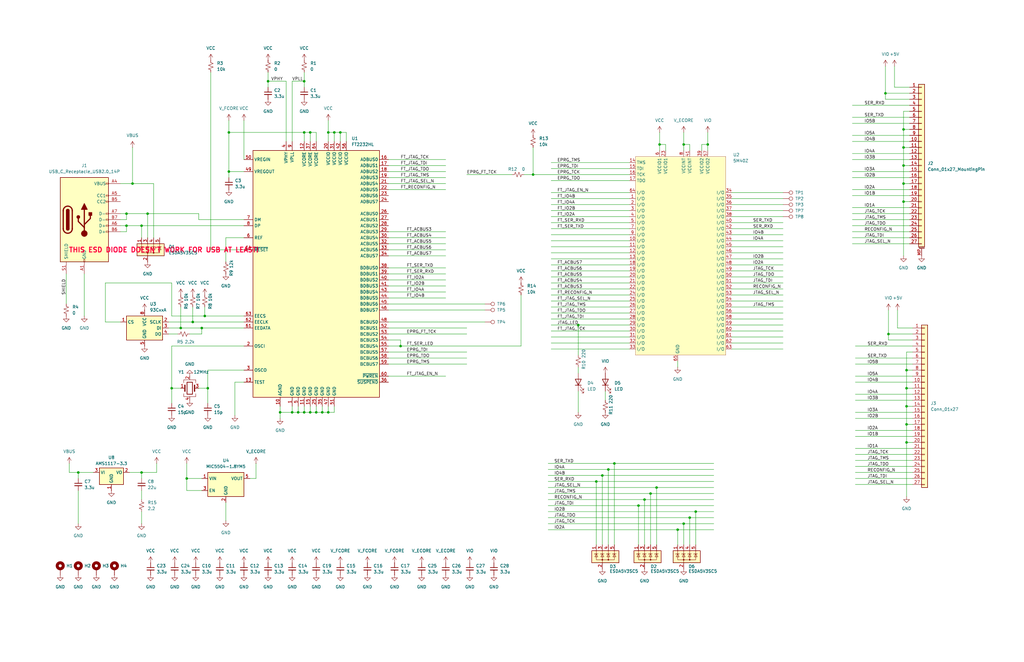
<source format=kicad_sch>
(kicad_sch (version 20231120) (generator "eeschema") (generator_version "8.0")
  (paper "B")
  (title_block (title "UNIC Programmer 2") (date "2024-09-04") (rev "1.0") (company "Modular Circuits"))
  (junction (at 128.27 173.99))
  (junction (at 374.65 140.97))
  (junction (at 271.78 210.82))
  (junction (at 130.81 55.88))
  (junction (at 123.19 173.99))
  (junction (at 382.27 171.45))
  (junction (at 274.32 208.28))
  (junction (at 78.74 201.93))
  (junction (at 138.43 173.99))
  (junction (at 53.34 95.25))
  (junction (at 251.46 203.2))
  (junction (at 373.38 39.37))
  (junction (at 256.54 198.12))
  (junction (at 288.29 60.96))
  (junction (at 128.27 55.88))
  (junction (at 87.63 163.83))
  (junction (at 381 69.85))
  (junction (at 298.45 60.96))
  (junction (at 72.39 163.83))
  (junction (at 53.34 90.17))
  (junction (at 113.03 34.29))
  (junction (at 86.36 133.35))
  (junction (at 382.27 163.83))
  (junction (at 96.52 72.39))
  (junction (at 243.84 137.16))
  (junction (at 285.75 223.52))
  (junction (at 33.02 199.39))
  (junction (at 76.2 138.43))
  (junction (at 62.23 90.17))
  (junction (at 85.09 138.43))
  (junction (at 381 85.09))
  (junction (at 382.27 186.69))
  (junction (at 382.27 156.21))
  (junction (at 55.88 77.47))
  (junction (at 128.27 34.29))
  (junction (at 276.86 205.74))
  (junction (at 278.13 60.96))
  (junction (at 381 62.23))
  (junction (at 269.24 213.36))
  (junction (at 96.52 55.88))
  (junction (at 168.91 146.05))
  (junction (at 118.11 173.99))
  (junction (at 138.43 55.88))
  (junction (at 290.83 218.44))
  (junction (at 259.08 195.58))
  (junction (at 381 54.61))
  (junction (at 381 77.47))
  (junction (at 288.29 220.98))
  (junction (at 125.73 173.99))
  (junction (at 293.37 215.9))
  (junction (at 59.69 199.39))
  (junction (at 224.79 73.66))
  (junction (at 140.97 55.88))
  (junction (at 254 200.66))
  (junction (at 133.35 173.99))
  (junction (at 135.89 173.99))
  (junction (at 143.51 55.88))
  (junction (at 59.69 95.25))
  (junction (at 382.27 179.07))
  (junction (at 81.28 135.89))
  (junction (at 130.81 173.99))
  (wire (pts (xy 78.74 201.93) (xy 78.74 207.01)))
  (wire (pts (xy 254 229.87) (xy 254 200.66)))
  (wire (pts (xy 359.41 57.15) (xy 383.54 57.15)))
  (wire (pts (xy 39.37 199.39) (xy 33.02 199.39)))
  (wire (pts (xy 259.08 195.58) (xy 259.08 229.87)))
  (wire (pts (xy 86.36 129.54) (xy 86.36 133.35)))
  (wire (pts (xy 118.11 173.99) (xy 123.19 173.99)))
  (wire (pts (xy 163.83 123.19) (xy 187.96 123.19)))
  (wire (pts (xy 360.68 158.75) (xy 384.81 158.75)))
  (wire (pts (xy 71.12 140.97) (xy 74.93 140.97)))
  (wire (pts (xy 381 54.61) (xy 381 46.99)))
  (wire (pts (xy 382.27 148.59) (xy 382.27 156.21)))
  (wire (pts (xy 29.21 195.58) (xy 29.21 199.39)))
  (wire (pts (xy 359.41 90.17) (xy 383.54 90.17)))
  (wire (pts (xy 384.81 186.69) (xy 382.27 186.69)))
  (wire (pts (xy 265.43 109.22) (xy 232.41 109.22)))
  (wire (pts (xy 288.29 60.96) (xy 288.29 63.5)))
  (wire (pts (xy 133.35 55.88) (xy 130.81 55.88)))
  (wire (pts (xy 71.12 138.43) (xy 76.2 138.43)))
  (wire (pts (xy 128.27 30.48) (xy 128.27 34.29)))
  (wire (pts (xy 308.61 86.36) (xy 330.2 86.36)))
  (wire (pts (xy 359.41 97.79) (xy 383.54 97.79)))
  (wire (pts (xy 259.08 195.58) (xy 300.99 195.58)))
  (wire (pts (xy 231.14 220.98) (xy 288.29 220.98)))
  (wire (pts (xy 265.43 144.78) (xy 232.41 144.78)))
  (wire (pts (xy 231.14 205.74) (xy 276.86 205.74)))
  (wire (pts (xy 308.61 144.78) (xy 330.2 144.78)))
  (wire (pts (xy 59.69 95.25) (xy 59.69 100.33)))
  (wire (pts (xy 140.97 55.88) (xy 140.97 59.69)))
  (wire (pts (xy 130.81 173.99) (xy 130.81 171.45)))
  (wire (pts (xy 308.61 83.82) (xy 330.2 83.82)))
  (wire (pts (xy 265.43 104.14) (xy 232.41 104.14)))
  (wire (pts (xy 102.87 156.21) (xy 87.63 156.21)))
  (wire (pts (xy 243.84 137.16) (xy 265.43 137.16)))
  (wire (pts (xy 163.83 158.75) (xy 187.96 158.75)))
  (wire (pts (xy 231.14 215.9) (xy 293.37 215.9)))
  (wire (pts (xy 381 62.23) (xy 381 54.61)))
  (wire (pts (xy 265.43 139.7) (xy 232.41 139.7)))
  (wire (pts (xy 285.75 154.94) (xy 285.75 152.4)))
  (wire (pts (xy 54.61 199.39) (xy 59.69 199.39)))
  (wire (pts (xy 308.61 104.14) (xy 330.2 104.14)))
  (wire (pts (xy 359.41 49.53) (xy 383.54 49.53)))
  (wire (pts (xy 231.14 213.36) (xy 269.24 213.36)))
  (wire (pts (xy 168.91 146.05) (xy 219.71 146.05)))
  (wire (pts (xy 138.43 55.88) (xy 138.43 59.69)))
  (wire (pts (xy 276.86 205.74) (xy 276.86 229.87)))
  (wire (pts (xy 373.38 39.37) (xy 373.38 41.91)))
  (wire (pts (xy 105.41 201.93) (xy 107.95 201.93)))
  (wire (pts (xy 377.19 27.94) (xy 377.19 36.83)))
  (wire (pts (xy 64.77 77.47) (xy 55.88 77.47)))
  (wire (pts (xy 381 69.85) (xy 383.54 69.85)))
  (wire (pts (xy 378.46 138.43) (xy 384.81 138.43)))
  (wire (pts (xy 308.61 134.62) (xy 330.2 134.62)))
  (wire (pts (xy 50.8 77.47) (xy 55.88 77.47)))
  (wire (pts (xy 360.68 199.39) (xy 384.81 199.39)))
  (wire (pts (xy 265.43 83.82) (xy 232.41 83.82)))
  (wire (pts (xy 382.27 179.07) (xy 382.27 186.69)))
  (wire (pts (xy 308.61 106.68) (xy 330.2 106.68)))
  (wire (pts (xy 255.27 165.1) (xy 255.27 168.91)))
  (wire (pts (xy 88.9 30.48) (xy 88.9 105.41)))
  (wire (pts (xy 278.13 55.88) (xy 278.13 60.96)))
  (wire (pts (xy 163.83 102.87) (xy 187.96 102.87)))
  (wire (pts (xy 86.36 133.35) (xy 72.39 133.35)))
  (wire (pts (xy 276.86 205.74) (xy 300.99 205.74)))
  (wire (pts (xy 359.41 64.77) (xy 383.54 64.77)))
  (wire (pts (xy 163.83 130.81) (xy 204.47 130.81)))
  (wire (pts (xy 298.45 60.96) (xy 295.91 60.96)))
  (wire (pts (xy 102.87 146.05) (xy 72.39 146.05)))
  (wire (pts (xy 123.19 173.99) (xy 125.73 173.99)))
  (wire (pts (xy 382.27 148.59) (xy 384.81 148.59)))
  (wire (pts (xy 72.39 163.83) (xy 76.2 163.83)))
  (wire (pts (xy 295.91 60.96) (xy 295.91 63.5)))
  (wire (pts (xy 76.2 129.54) (xy 76.2 138.43)))
  (wire (pts (xy 254 200.66) (xy 300.99 200.66)))
  (wire (pts (xy 80.01 140.97) (xy 85.09 140.97)))
  (wire (pts (xy 243.84 157.48) (xy 243.84 154.94)))
  (wire (pts (xy 163.83 107.95) (xy 187.96 107.95)))
  (wire (pts (xy 78.74 201.93) (xy 85.09 201.93)))
  (wire (pts (xy 308.61 147.32) (xy 330.2 147.32)))
  (wire (pts (xy 95.25 100.33) (xy 102.87 100.33)))
  (wire (pts (xy 298.45 55.88) (xy 298.45 60.96)))
  (wire (pts (xy 383.54 41.91) (xy 373.38 41.91)))
  (wire (pts (xy 381 62.23) (xy 383.54 62.23)))
  (wire (pts (xy 163.83 135.89) (xy 204.47 135.89)))
  (wire (pts (xy 62.23 90.17) (xy 83.82 90.17)))
  (wire (pts (xy 308.61 88.9) (xy 330.2 88.9)))
  (wire (pts (xy 359.41 92.71) (xy 383.54 92.71)))
  (wire (pts (xy 143.51 55.88) (xy 140.97 55.88)))
  (wire (pts (xy 271.78 210.82) (xy 300.99 210.82)))
  (wire (pts (xy 133.35 173.99) (xy 133.35 171.45)))
  (wire (pts (xy 265.43 129.54) (xy 232.41 129.54)))
  (wire (pts (xy 265.43 119.38) (xy 232.41 119.38)))
  (wire (pts (xy 125.73 173.99) (xy 128.27 173.99)))
  (wire (pts (xy 196.85 153.67) (xy 163.83 153.67)))
  (wire (pts (xy 360.68 196.85) (xy 384.81 196.85)))
  (wire (pts (xy 308.61 132.08) (xy 330.2 132.08)))
  (wire (pts (xy 265.43 121.92) (xy 232.41 121.92)))
  (wire (pts (xy 278.13 60.96) (xy 280.67 60.96)))
  (wire (pts (xy 140.97 173.99) (xy 140.97 171.45)))
  (wire (pts (xy 44.45 135.89) (xy 50.8 135.89)))
  (wire (pts (xy 278.13 60.96) (xy 278.13 63.5)))
  (wire (pts (xy 196.85 73.66) (xy 215.9 73.66)))
  (wire (pts (xy 59.69 95.25) (xy 102.87 95.25)))
  (wire (pts (xy 78.74 195.58) (xy 78.74 201.93)))
  (wire (pts (xy 163.83 115.57) (xy 187.96 115.57)))
  (wire (pts (xy 271.78 210.82) (xy 271.78 229.87)))
  (wire (pts (xy 265.43 88.9) (xy 232.41 88.9)))
  (wire (pts (xy 99.06 161.29) (xy 99.06 175.26)))
  (wire (pts (xy 163.83 69.85) (xy 187.96 69.85)))
  (wire (pts (xy 308.61 139.7) (xy 330.2 139.7)))
  (wire (pts (xy 35.56 115.57) (xy 35.56 133.35)))
  (wire (pts (xy 274.32 229.87) (xy 274.32 208.28)))
  (wire (pts (xy 85.09 207.01) (xy 78.74 207.01)))
  (wire (pts (xy 383.54 39.37) (xy 373.38 39.37)))
  (wire (pts (xy 256.54 198.12) (xy 256.54 229.87)))
  (wire (pts (xy 265.43 86.36) (xy 232.41 86.36)))
  (wire (pts (xy 293.37 215.9) (xy 293.37 229.87)))
  (wire (pts (xy 163.83 100.33) (xy 187.96 100.33)))
  (wire (pts (xy 265.43 116.84) (xy 232.41 116.84)))
  (wire (pts (xy 360.68 166.37) (xy 384.81 166.37)))
  (wire (pts (xy 87.63 163.83) (xy 83.82 163.83)))
  (wire (pts (xy 95.25 219.71) (xy 95.25 212.09)))
  (wire (pts (xy 53.34 97.79) (xy 53.34 95.25)))
  (wire (pts (xy 76.2 138.43) (xy 85.09 138.43)))
  (wire (pts (xy 378.46 130.81) (xy 378.46 138.43)))
  (wire (pts (xy 265.43 142.24) (xy 232.41 142.24)))
  (wire (pts (xy 232.41 147.32) (xy 265.43 147.32)))
  (wire (pts (xy 381 54.61) (xy 383.54 54.61)))
  (wire (pts (xy 308.61 91.44) (xy 330.2 91.44)))
  (wire (pts (xy 290.83 218.44) (xy 300.99 218.44)))
  (wire (pts (xy 308.61 109.22) (xy 330.2 109.22)))
  (wire (pts (xy 163.83 97.79) (xy 187.96 97.79)))
  (wire (pts (xy 128.27 171.45) (xy 128.27 173.99)))
  (wire (pts (xy 163.83 72.39) (xy 187.96 72.39)))
  (wire (pts (xy 384.81 140.97) (xy 374.65 140.97)))
  (wire (pts (xy 96.52 55.88) (xy 128.27 55.88)))
  (wire (pts (xy 382.27 156.21) (xy 384.81 156.21)))
  (wire (pts (xy 382.27 163.83) (xy 384.81 163.83)))
  (wire (pts (xy 224.79 73.66) (xy 265.43 73.66)))
  (wire (pts (xy 96.52 72.39) (xy 96.52 74.93)))
  (wire (pts (xy 360.68 151.13) (xy 384.81 151.13)))
  (wire (pts (xy 64.77 100.33) (xy 64.77 77.47)))
  (wire (pts (xy 85.09 140.97) (xy 85.09 138.43)))
  (wire (pts (xy 29.21 199.39) (xy 33.02 199.39)))
  (wire (pts (xy 135.89 173.99) (xy 135.89 171.45)))
  (wire (pts (xy 360.68 176.53) (xy 384.81 176.53)))
  (wire (pts (xy 360.68 173.99) (xy 384.81 173.99)))
  (wire (pts (xy 381 85.09) (xy 381 77.47)))
  (wire (pts (xy 168.91 143.51) (xy 163.83 143.51)))
  (wire (pts (xy 130.81 173.99) (xy 133.35 173.99)))
  (wire (pts (xy 118.11 171.45) (xy 118.11 173.99)))
  (wire (pts (xy 163.83 125.73) (xy 187.96 125.73)))
  (wire (pts (xy 308.61 127) (xy 330.2 127)))
  (wire (pts (xy 308.61 142.24) (xy 330.2 142.24)))
  (wire (pts (xy 360.68 181.61) (xy 384.81 181.61)))
  (wire (pts (xy 163.83 67.31) (xy 187.96 67.31)))
  (wire (pts (xy 265.43 111.76) (xy 232.41 111.76)))
  (wire (pts (xy 308.61 99.06) (xy 330.2 99.06)))
  (wire (pts (xy 123.19 59.69) (xy 123.19 34.29)))
  (wire (pts (xy 360.68 153.67) (xy 384.81 153.67)))
  (wire (pts (xy 265.43 101.6) (xy 232.41 101.6)))
  (wire (pts (xy 308.61 124.46) (xy 330.2 124.46)))
  (wire (pts (xy 163.83 128.27) (xy 204.47 128.27)))
  (wire (pts (xy 146.05 55.88) (xy 143.51 55.88)))
  (wire (pts (xy 146.05 59.69) (xy 146.05 55.88)))
  (wire (pts (xy 231.14 218.44) (xy 290.83 218.44)))
  (wire (pts (xy 381 46.99) (xy 383.54 46.99)))
  (wire (pts (xy 102.87 133.35) (xy 86.36 133.35)))
  (wire (pts (xy 163.83 120.65) (xy 187.96 120.65)))
  (wire (pts (xy 265.43 96.52) (xy 232.41 96.52)))
  (wire (pts (xy 87.63 156.21) (xy 87.63 163.83)))
  (wire (pts (xy 360.68 146.05) (xy 384.81 146.05)))
  (wire (pts (xy 220.98 73.66) (xy 224.79 73.66)))
  (wire (pts (xy 359.41 67.31) (xy 383.54 67.31)))
  (wire (pts (xy 359.41 72.39) (xy 383.54 72.39)))
  (wire (pts (xy 374.65 140.97) (xy 374.65 143.51)))
  (wire (pts (xy 224.79 62.23) (xy 224.79 73.66)))
  (wire (pts (xy 72.39 133.35) (xy 72.39 119.38)))
  (wire (pts (xy 128.27 173.99) (xy 130.81 173.99)))
  (wire (pts (xy 265.43 68.58) (xy 232.41 68.58)))
  (wire (pts (xy 280.67 60.96) (xy 280.67 63.5)))
  (wire (pts (xy 88.9 105.41) (xy 102.87 105.41)))
  (wire (pts (xy 50.8 97.79) (xy 53.34 97.79)))
  (wire (pts (xy 130.81 55.88) (xy 128.27 55.88)))
  (wire (pts (xy 288.29 220.98) (xy 288.29 229.87)))
  (wire (pts (xy 231.14 200.66) (xy 254 200.66)))
  (wire (pts (xy 308.61 111.76) (xy 330.2 111.76)))
  (wire (pts (xy 308.61 129.54) (xy 330.2 129.54)))
  (wire (pts (xy 107.95 195.58) (xy 107.95 201.93)))
  (wire (pts (xy 53.34 90.17) (xy 62.23 90.17)))
  (wire (pts (xy 168.91 146.05) (xy 163.83 146.05)))
  (wire (pts (xy 251.46 203.2) (xy 251.46 229.87)))
  (wire (pts (xy 83.82 90.17) (xy 83.82 92.71)))
  (wire (pts (xy 55.88 62.23) (xy 55.88 77.47)))
  (wire (pts (xy 59.69 220.98) (xy 59.69 215.9)))
  (wire (pts (xy 360.68 191.77) (xy 384.81 191.77)))
  (wire (pts (xy 383.54 85.09) (xy 381 85.09)))
  (wire (pts (xy 265.43 99.06) (xy 232.41 99.06)))
  (wire (pts (xy 265.43 132.08) (xy 232.41 132.08)))
  (wire (pts (xy 232.41 137.16) (xy 243.84 137.16)))
  (wire (pts (xy 72.39 170.18) (xy 72.39 163.83)))
  (wire (pts (xy 66.04 199.39) (xy 59.69 199.39)))
  (wire (pts (xy 308.61 121.92) (xy 330.2 121.92)))
  (wire (pts (xy 359.41 82.55) (xy 383.54 82.55)))
  (wire (pts (xy 85.09 138.43) (xy 102.87 138.43)))
  (wire (pts (xy 265.43 76.2) (xy 232.41 76.2)))
  (wire (pts (xy 120.65 59.69) (xy 120.65 34.29)))
  (wire (pts (xy 138.43 173.99) (xy 140.97 173.99)))
  (wire (pts (xy 219.71 124.46) (xy 219.71 146.05)))
  (wire (pts (xy 231.14 210.82) (xy 271.78 210.82)))
  (wire (pts (xy 143.51 55.88) (xy 143.51 59.69)))
  (wire (pts (xy 269.24 229.87) (xy 269.24 213.36)))
  (wire (pts (xy 163.83 80.01) (xy 187.96 80.01)))
  (wire (pts (xy 72.39 119.38) (xy 44.45 119.38)))
  (wire (pts (xy 231.14 223.52) (xy 285.75 223.52)))
  (wire (pts (xy 256.54 198.12) (xy 300.99 198.12)))
  (wire (pts (xy 196.85 138.43) (xy 163.83 138.43)))
  (wire (pts (xy 360.68 201.93) (xy 384.81 201.93)))
  (wire (pts (xy 140.97 55.88) (xy 138.43 55.88)))
  (wire (pts (xy 360.68 168.91) (xy 384.81 168.91)))
  (wire (pts (xy 163.83 118.11) (xy 187.96 118.11)))
  (wire (pts (xy 308.61 96.52) (xy 330.2 96.52)))
  (wire (pts (xy 293.37 215.9) (xy 300.99 215.9)))
  (wire (pts (xy 382.27 171.45) (xy 384.81 171.45)))
  (wire (pts (xy 231.14 198.12) (xy 256.54 198.12)))
  (wire (pts (xy 95.25 110.49) (xy 95.25 100.33)))
  (wire (pts (xy 33.02 199.39) (xy 33.02 201.93)))
  (wire (pts (xy 231.14 195.58) (xy 259.08 195.58)))
  (wire (pts (xy 59.69 199.39) (xy 59.69 201.93)))
  (wire (pts (xy 265.43 81.28) (xy 232.41 81.28)))
  (wire (pts (xy 269.24 213.36) (xy 300.99 213.36)))
  (wire (pts (xy 265.43 127) (xy 232.41 127)))
  (wire (pts (xy 308.61 93.98) (xy 330.2 93.98)))
  (wire (pts (xy 102.87 161.29) (xy 99.06 161.29)))
  (wire (pts (xy 290.83 60.96) (xy 288.29 60.96)))
  (wire (pts (xy 382.27 156.21) (xy 382.27 163.83)))
  (wire (pts (xy 163.83 74.93) (xy 187.96 74.93)))
  (wire (pts (xy 243.84 165.1) (xy 243.84 173.99)))
  (wire (pts (xy 196.85 148.59) (xy 163.83 148.59)))
  (wire (pts (xy 53.34 95.25) (xy 59.69 95.25)))
  (wire (pts (xy 308.61 119.38) (xy 330.2 119.38)))
  (wire (pts (xy 44.45 119.38) (xy 44.45 135.89)))
  (wire (pts (xy 308.61 116.84) (xy 330.2 116.84)))
  (wire (pts (xy 360.68 184.15) (xy 384.81 184.15)))
  (wire (pts (xy 243.84 149.86) (xy 243.84 137.16)))
  (wire (pts (xy 118.11 173.99) (xy 118.11 176.53)))
  (wire (pts (xy 196.85 151.13) (xy 163.83 151.13)))
  (wire (pts (xy 373.38 27.94) (xy 373.38 39.37)))
  (wire (pts (xy 360.68 204.47) (xy 384.81 204.47)))
  (wire (pts (xy 231.14 208.28) (xy 274.32 208.28)))
  (wire (pts (xy 102.87 72.39) (xy 96.52 72.39)))
  (wire (pts (xy 33.02 220.98) (xy 33.02 207.01)))
  (wire (pts (xy 265.43 93.98) (xy 232.41 93.98)))
  (wire (pts (xy 288.29 220.98) (xy 300.99 220.98)))
  (wire (pts (xy 381 85.09) (xy 381 107.95)))
  (wire (pts (xy 265.43 106.68) (xy 232.41 106.68)))
  (wire (pts (xy 308.61 81.28) (xy 330.2 81.28)))
  (wire (pts (xy 251.46 203.2) (xy 300.99 203.2)))
  (wire (pts (xy 96.52 50.8) (xy 96.52 55.88)))
  (wire (pts (xy 359.41 80.01) (xy 383.54 80.01)))
  (wire (pts (xy 360.68 194.31) (xy 384.81 194.31)))
  (wire (pts (xy 133.35 173.99) (xy 135.89 173.99)))
  (wire (pts (xy 231.14 203.2) (xy 251.46 203.2)))
  (wire (pts (xy 53.34 92.71) (xy 53.34 90.17)))
  (wire (pts (xy 359.41 44.45) (xy 383.54 44.45)))
  (wire (pts (xy 377.19 36.83) (xy 383.54 36.83)))
  (wire (pts (xy 128.27 55.88) (xy 128.27 59.69)))
  (wire (pts (xy 50.8 92.71) (xy 53.34 92.71)))
  (wire (pts (xy 130.81 55.88) (xy 130.81 59.69)))
  (wire (pts (xy 71.12 135.89) (xy 81.28 135.89)))
  (wire (pts (xy 288.29 55.88) (xy 288.29 60.96)))
  (wire (pts (xy 163.83 113.03) (xy 187.96 113.03)))
  (wire (pts (xy 374.65 130.81) (xy 374.65 140.97)))
  (wire (pts (xy 66.04 195.58) (xy 66.04 199.39)))
  (wire (pts (xy 265.43 124.46) (xy 232.41 124.46)))
  (wire (pts (xy 83.82 92.71) (xy 102.87 92.71)))
  (wire (pts (xy 138.43 50.8) (xy 138.43 55.88)))
  (wire (pts (xy 133.35 59.69) (xy 133.35 55.88)))
  (wire (pts (xy 290.83 229.87) (xy 290.83 218.44)))
  (wire (pts (xy 359.41 102.87) (xy 383.54 102.87)))
  (wire (pts (xy 382.27 186.69) (xy 382.27 209.55)))
  (wire (pts (xy 381 69.85) (xy 381 62.23)))
  (wire (pts (xy 285.75 223.52) (xy 300.99 223.52)))
  (wire (pts (xy 359.41 100.33) (xy 383.54 100.33)))
  (wire (pts (xy 113.03 34.29) (xy 113.03 36.83)))
  (wire (pts (xy 138.43 173.99) (xy 138.43 171.45)))
  (wire (pts (xy 359.41 74.93) (xy 383.54 74.93)))
  (wire (pts (xy 120.65 34.29) (xy 113.03 34.29)))
  (wire (pts (xy 285.75 223.52) (xy 285.75 229.87)))
  (wire (pts (xy 81.28 135.89) (xy 102.87 135.89)))
  (wire (pts (xy 265.43 71.12) (xy 232.41 71.12)))
  (wire (pts (xy 27.94 128.27) (xy 27.94 115.57)))
  (wire (pts (xy 62.23 90.17) (xy 62.23 100.33)))
  (wire (pts (xy 381 77.47) (xy 383.54 77.47)))
  (wire (pts (xy 102.87 50.8) (xy 102.87 67.31)))
  (wire (pts (xy 298.45 60.96) (xy 298.45 63.5)))
  (wire (pts (xy 72.39 146.05) (xy 72.39 163.83)))
  (wire (pts (xy 359.41 59.69) (xy 383.54 59.69)))
  (wire (pts (xy 274.32 208.28) (xy 300.99 208.28)))
  (wire (pts (xy 50.8 90.17) (xy 53.34 90.17)))
  (wire (pts (xy 308.61 137.16) (xy 330.2 137.16)))
  (wire (pts (xy 265.43 114.3) (xy 232.41 114.3)))
  (wire (pts (xy 265.43 91.44) (xy 232.41 91.44)))
  (wire (pts (xy 168.91 146.05) (xy 168.91 143.51)))
  (wire (pts (xy 359.41 95.25) (xy 383.54 95.25)))
  (wire (pts (xy 113.03 30.48) (xy 113.03 34.29)))
  (wire (pts (xy 81.28 129.54) (xy 81.28 135.89)))
  (wire (pts (xy 382.27 171.45) (xy 382.27 179.07)))
  (wire (pts (xy 53.34 95.25) (xy 50.8 95.25)))
  (wire (pts (xy 123.19 34.29) (xy 128.27 34.29)))
  (wire (pts (xy 359.41 87.63) (xy 383.54 87.63)))
  (wire (pts (xy 135.89 173.99) (xy 138.43 173.99)))
  (wire (pts (xy 196.85 140.97) (xy 163.83 140.97)))
  (wire (pts (xy 59.69 210.82) (xy 59.69 207.01)))
  (wire (pts (xy 308.61 101.6) (xy 330.2 101.6)))
  (wire (pts (xy 360.68 161.29) (xy 384.81 161.29)))
  (wire (pts (xy 87.63 170.18) (xy 87.63 163.83)))
  (wire (pts (xy 384.81 143.51) (xy 374.65 143.51)))
  (wire (pts (xy 382.27 163.83) (xy 382.27 171.45)))
  (wire (pts (xy 382.27 179.07) (xy 384.81 179.07)))
  (wire (pts (xy 125.73 173.99) (xy 125.73 171.45)))
  (wire (pts (xy 360.68 189.23) (xy 384.81 189.23)))
  (wire (pts (xy 265.43 134.62) (xy 232.41 134.62)))
  (wire (pts (xy 123.19 171.45) (xy 123.19 173.99)))
  (wire (pts (xy 359.41 52.07) (xy 383.54 52.07)))
  (wire (pts (xy 308.61 114.3) (xy 330.2 114.3)))
  (wire (pts (xy 163.83 77.47) (xy 187.96 77.47)))
  (wire (pts (xy 96.52 72.39) (xy 96.52 55.88)))
  (wire (pts (xy 128.27 34.29) (xy 128.27 36.83)))
  (wire (pts (xy 290.83 63.5) (xy 290.83 60.96)))
  (wire (pts (xy 163.83 105.41) (xy 187.96 105.41)))
  (wire (pts (xy 381 77.47) (xy 381 69.85)))
  (text "THIS ESD DIODE DOESN'T WORK FOR USB AT LEAST!" (at 69.088 105.664 0) (effects (font (size 2.032 2.032) (thickness 0.4064) (bold yes))))
  (label "FT_JTAG_SEL_N" (at 234.95 127 0))
  (label "IO5B" (at 364.49 52.07 0))
  (label "EPRG_TMS" (at 234.95 68.58 0))
  (label "JTAG_SEL_N" (at 233.68 205.74 0))
  (label "IO2A" (at 365.76 181.61 0))
  (label "SER_RXD" (at 317.5 96.52 0))
  (label "IO2A" (at 317.5 111.76 0))
  (label "IO5A" (at 365.76 158.75 0))
  (label "JTAG_TCK" (at 364.49 90.17 0))
  (label "FT_ACBUS5" (at 171.45 102.87 0))
  (label "FT_ACBUS6" (at 171.45 105.41 0))
  (label "JTAG_TDI" (at 233.68 213.36 0))
  (label "IO4A" (at 233.68 198.12 0))
  (label "IO4B" (at 317.5 99.06 0))
  (label "IO2B" (at 364.49 74.93 0))
  (label "FT_ACBUS4" (at 171.45 100.33 0))
  (label "JTAG_TDI" (at 365.76 201.93 0))
  (label "IO4B" (at 233.68 200.66 0))
  (label "SER_TXD" (at 364.49 49.53 0))
  (label "JTAG_TMS" (at 233.68 208.28 0))
  (label "IO2B" (at 317.5 109.22 0))
  (label "JTAG_TCK" (at 233.68 220.98 0))
  (label "RECONFIG_N" (at 233.68 210.82 0))
  (label "IO4A" (at 317.5 101.6 0))
  (label "IO2A" (at 233.68 223.52 0))
  (label "FT_RECONFIG_N" (at 234.95 124.46 0))
  (label "FT_JTAG_TMS" (at 234.95 129.54 0))
  (label "IO1B" (at 365.76 184.15 0))
  (label "FT_JTAG_TCK" (at 234.95 139.7 0))
  (label "FT_IO4B" (at 234.95 83.82 0))
  (label "FT_SER_LED" (at 171.45 146.05 0))
  (label "FT_SER_TXD" (at 234.95 96.52 0))
  (label "FT_JTAG_TDO" (at 168.91 72.39 0))
  (label "VPHY" (at 114.3 34.29 0))
  (label "FT_IO2B" (at 171.45 120.65 0))
  (label "IO1A" (at 365.76 189.23 0))
  (label "FT_JTAG_TMS" (at 168.91 74.93 0))
  (label "SHIELD" (at 27.94 124.46 90))
  (label "FT_ACBUS4" (at 234.95 119.38 0))
  (label "JTAG_TMS" (at 364.49 92.71 0))
  (label "IO3B" (at 365.76 168.91 0))
  (label "FT_JTAG_TDI" (at 234.95 134.62 0))
  (label "JTAG_TMS" (at 317.5 129.54 0))
  (label "RECONFIG_N" (at 317.5 121.92 0))
  (label "FT_ACBUS5" (at 234.95 116.84 0))
  (label "FT_IO2B" (at 234.95 88.9 0))
  (label "JTAG_TDO" (at 365.76 196.85 0))
  (label "EPRG_TDO" (at 171.45 151.13 0))
  (label "FT_IO2A" (at 171.45 118.11 0))
  (label "IO3A" (at 365.76 173.99 0))
  (label "JTAG_LED" (at 234.95 137.16 0))
  (label "EPRG_FT_TCK" (at 171.45 140.97 0))
  (label "FT_ACBUS7" (at 171.45 107.95 0))
  (label "SER_RXD" (at 364.49 44.45 0))
  (label "FT_JTAG_TCK" (at 168.91 67.31 0))
  (label "SER_TXD" (at 365.76 151.13 0))
  (label "RECONFIG_N" (at 365.76 199.39 0))
  (label "FT_IO2A" (at 234.95 91.44 0))
  (label "VPLL" (at 123.19 34.29 0))
  (label "FT_JTAG_EN_N" (at 171.45 158.75 0))
  (label "FT_SER_TXD" (at 171.45 113.03 0))
  (label "IO5B" (at 365.76 153.67 0))
  (label "JTAG_SEL_N" (at 364.49 102.87 0))
  (label "JTAG_TCK" (at 317.5 114.3 0))
  (label "IO4A" (at 364.49 64.77 0))
  (label "JTAG_TDO" (at 233.68 218.44 0))
  (label "IO4B" (at 364.49 59.69 0))
  (label "FT_JTAG_EN_N" (at 234.95 81.28 0))
  (label "EPRG_FT_TCK" (at 196.85 73.66 0))
  (label "IO2B" (at 233.68 215.9 0))
  (label "SER_TXD" (at 233.68 195.58 0))
  (label "FT_IO4B" (at 171.45 125.73 0))
  (label "IO2B" (at 365.76 176.53 0))
  (label "SER_RXD" (at 233.68 203.2 0))
  (label "IO3A" (at 364.49 72.39 0))
  (label "IO4B" (at 365.76 161.29 0))
  (label "FT_SER_RXD" (at 171.45 115.57 0))
  (label "FT_RECONFIG_N" (at 168.91 80.01 0))
  (label "JTAG_TMS" (at 365.76 194.31 0))
  (label "FT_IO4A" (at 171.45 123.19 0))
  (label "FT_SER_RXD" (at 234.95 93.98 0))
  (label "JTAG_SEL_N" (at 365.76 204.47 0))
  (label "IO3B" (at 364.49 67.31 0))
  (label "JTAG_TCK" (at 365.76 191.77 0))
  (label "EPRG_TMS" (at 171.45 153.67 0))
  (label "EPRG_TDI" (at 171.45 148.59 0))
  (label "FT_ACBUS6" (at 234.95 114.3 0))
  (label "JTAG_TDO" (at 317.5 116.84 0))
  (label "IO4A" (at 365.76 166.37 0))
  (label "FT_ACBUS3" (at 171.45 97.79 0))
  (label "EPRG_TCK" (at 234.95 73.66 0))
  (label "IO5A" (at 364.49 57.15 0))
  (label "JTAG_SEL_N" (at 317.5 124.46 0))
  (label "EPRG_TDO" (at 234.95 76.2 0))
  (label "JTAG_TDI" (at 317.5 119.38 0))
  (label "FT_JTAG_SEL_N" (at 168.91 77.47 0))
  (label "FT_ACBUS3" (at 234.95 121.92 0))
  (label "FT_JTAG_TDI" (at 168.91 69.85 0))
  (label "RECONFIG_N" (at 364.49 97.79 0))
  (label "FT_IO4A" (at 234.95 86.36 0))
  (label "JTAG_TDO" (at 364.49 95.25 0))
  (label "SER_RXD" (at 365.76 146.05 0))
  (label "IO2A" (at 364.49 80.01 0))
  (label "JTAG_TDI" (at 364.49 100.33 0))
  (label "SER_TXD" (at 317.5 93.98 0))
  (label "IO1B" (at 364.49 82.55 0))
  (label "IO1A" (at 364.49 87.63 0))
  (label "FT_JTAG_TDO" (at 234.95 132.08 0))
  (label "FT_ACBUS7" (at 234.95 111.76 0))
  (label "EPRG_TDI" (at 234.95 71.12 0))
  (symbol (lib_id "Connector:TestPoint") (at 330.2 83.82 270) (unit 1)
    (property "Reference" "TP2" (at 335.28 83.8199 90) (effects (justify left)))
    (property "Value" "TestPoint" (effects (hide yes)))
    (property "Footprint" "unic:TestPoint_THTPad_1.0x1.0mm_Drill0.5mm" (effects (hide yes)))
    (property "Description" "test point" (effects (hide yes)))
    (property "HAVE IT" "YES" (effects (hide yes)))
  )
  (symbol (lib_name "GND_1") (lib_id "power:GND") (at 243.84 173.99 0) (unit 1)
    (property "Reference" "#PWR067" (effects (hide yes)))
    (property "Value" "GND" (at 243.84 179.07 0))
    (property "Description" "Power symbol creates a global label with name \"GND\" , ground" (effects (hide yes)))
  )
  (symbol (lib_id "Device:C_Small") (at 133.35 240.03 0) (unit 1)
    (property "Reference" "C19" (at 135.89 238.7662 0) (effects (justify left)))
    (property "Value" "3.3u" (at 135.89 241.3062 0) (effects (justify left)))
    (property "Footprint" "Capacitor_SMD:C_0603_1608Metric_Pad1.08x0.95mm_HandSolder" (effects (hide yes)))
    (property "Description" "Unpolarized capacitor, small symbol" (effects (hide yes)))
    (property "HAVE IT" "YES" (effects (hide yes)))
  )
  (symbol (lib_id "Power_Protection:ESDA5V3SC5") (at 62.23 105.41 0) (unit 1)
    (property "Reference" "D1" (at 71.12 104.1399 0) (effects (justify left)))
    (property "Value" "ESDA5V3SC5" (at 71.12 106.6799 0) (effects (justify left)))
    (property "Footprint" "Package_TO_SOT_SMD:SOT-23-5" (effects (hide yes)))
    (property "Datasheet" "https://www.st.com/resource/en/datasheet/esda5v3sc6.pdf" (effects (hide yes)))
    (property "Description" "Quad TVS Diode Array, 5.3V Standoff, 4 Channels, 400W, ±30kV, SOT-23-5" (effects (hide yes)))
  )
  (symbol (lib_name "GND_1") (lib_id "power:GND") (at 95.25 219.71 0) (unit 1)
    (property "Reference" "#PWR030" (effects (hide yes)))
    (property "Value" "GND" (at 95.25 224.79 0))
    (property "Description" "Power symbol creates a global label with name \"GND\" , ground" (effects (hide yes)))
  )
  (symbol (lib_id "power:VCC") (at 73.66 237.49 0) (unit 1)
    (property "Reference" "#PWR047" (effects (hide yes)))
    (property "Value" "VCC" (at 73.66 232.41 0))
    (property "Description" "Power symbol creates a global label with name \"VCC\"" (effects (hide yes)))
  )
  (symbol (lib_name "GND_1") (lib_id "power:GND") (at 33.02 242.57 0) (unit 1)
    (property "Reference" "#PWR068" (effects (hide yes)))
    (property "Value" "GND" (at 33.02 247.65 0))
    (property "Description" "Power symbol creates a global label with name \"GND\" , ground" (effects (hide yes)))
  )
  (symbol (lib_name "GND_1") (lib_id "power:GND") (at 128.27 41.91 0) (unit 1)
    (property "Reference" "#PWR08" (effects (hide yes)))
    (property "Value" "GND" (at 128.27 46.99 0))
    (property "Description" "Power symbol creates a global label with name \"GND\" , ground" (effects (hide yes)))
  )
  (symbol (lib_name "GND_1") (lib_id "power:GND") (at 208.28 242.57 0) (unit 1)
    (property "Reference" "#PWR046" (effects (hide yes)))
    (property "Value" "GND" (at 208.28 247.65 0))
    (property "Description" "Power symbol creates a global label with name \"GND\" , ground" (effects (hide yes)))
  )
  (symbol (lib_id "power:VCC") (at 63.5 237.49 0) (unit 1)
    (property "Reference" "#PWR089" (effects (hide yes)))
    (property "Value" "VCC" (at 63.5 232.41 0))
    (property "Description" "Power symbol creates a global label with name \"VCC\"" (effects (hide yes)))
  )
  (symbol (lib_id "Power_Protection:ESDA5V3SC5") (at 254 234.95 0) (unit 1)
    (property "Reference" "D3" (at 257.048 239.014 0) (effects (justify left)))
    (property "Value" "ESDA5V3SC5" (at 257.048 241.046 0) (effects (justify left)))
    (property "Footprint" "Package_TO_SOT_SMD:SOT-23-5" (effects (hide yes)))
    (property "Datasheet" "https://www.st.com/resource/en/datasheet/esda5v3sc6.pdf" (effects (hide yes)))
    (property "Description" "Quad TVS Diode Array, 5.3V Standoff, 4 Channels, 400W, ±30kV, SOT-23-5" (effects (hide yes)))
  )
  (symbol (lib_id "power:VCC") (at 66.04 195.58 0) (unit 1)
    (property "Reference" "#PWR041" (effects (hide yes)))
    (property "Value" "VCC" (at 66.04 190.5 0))
    (property "Description" "Power symbol creates a global label with name \"VCC\"" (effects (hide yes)))
  )
  (symbol (lib_id "power:VCC") (at 60.96 130.81 0) (unit 1)
    (property "Reference" "#PWR073" (effects (hide yes)))
    (property "Value" "VCC" (at 60.96 125.73 0))
    (property "Description" "Power symbol creates a global label with name \"VCC\"" (effects (hide yes)))
  )
  (symbol (lib_id "Device:Crystal_GND24") (at 80.01 163.83 0) (unit 1)
    (property "Reference" "Y1" (at 76.454 156.972 0))
    (property "Value" "12MHz" (at 84.836 156.972 0))
    (property "Footprint" "UNIC:Oscillator_SMD_Abracon_ASE-4Pin_3.2x2.5mm" (effects (hide yes)))
    (property "Datasheet" "https://www.raltron.com/webproducts/specs/CRYSTAL/RH100-13.560-10-1020-EXT-TR.pdf" (effects (hide yes)))
    (property "Description" "Four pin crystal, GND on pins 2 and 4" (effects (hide yes)))
    (property "mpn" "RH100-13.560-10-1020-EXT-TR" (effects (hide yes)))
    (property "HAVE IT" "YES" (effects (hide yes)))
  )
  (symbol (lib_id "Device:R_Small_US") (at 81.28 127 0) (unit 1)
    (property "Reference" "R7" (at 83.566 130.556 90) (effects (justify left)))
    (property "Value" "10k" (at 83.566 127.254 90) (effects (justify left)))
    (property "Footprint" "Resistor_SMD:R_0603_1608Metric_Pad0.98x0.95mm_HandSolder" (effects (hide yes)))
    (property "Description" "Resistor, small US symbol" (effects (hide yes)))
    (property "HAVE IT" "YES" (effects (hide yes)))
  )
  (symbol (lib_id "Connector:TestPoint") (at 330.2 86.36 270) (unit 1)
    (property "Reference" "TP3" (at 335.28 86.3599 90) (effects (justify left)))
    (property "Value" "TestPoint" (effects (hide yes)))
    (property "Footprint" "unic:TestPoint_THTPad_1.0x1.0mm_Drill0.5mm" (effects (hide yes)))
    (property "Description" "test point" (effects (hide yes)))
    (property "HAVE IT" "YES" (effects (hide yes)))
  )
  (symbol (lib_id "power:GND") (at 80.01 158.75 180) (unit 1)
    (property "Reference" "#PWR076" (effects (hide yes)))
    (property "Value" "GND" (at 80.01 153.67 0))
  )
  (symbol (lib_name "GND_1") (lib_id "power:GND") (at 285.75 154.94 0) (unit 1)
    (property "Reference" "#PWR027" (effects (hide yes)))
    (property "Value" "GND" (at 285.75 160.02 0))
    (property "Description" "Power symbol creates a global label with name \"GND\" , ground" (effects (hide yes)))
  )
  (symbol (lib_id "Device:R_Small_US") (at 255.27 171.45 0) (unit 1)
    (property "Reference" "R11" (at 257.556 175.006 90) (effects (justify left)))
    (property "Value" "220" (at 257.556 170.434 90) (effects (justify left)))
    (property "Footprint" "Resistor_SMD:R_0603_1608Metric_Pad0.98x0.95mm_HandSolder" (effects (hide yes)))
    (property "Description" "Resistor, small US symbol" (effects (hide yes)))
    (property "HAVE IT" "YES" (effects (hide yes)))
  )
  (symbol (lib_id "Regulator_Linear:MIC5504-1.8YM5") (at 95.25 204.47 0) (unit 1)
    (property "Reference" "U4" (at 95.25 194.31 0))
    (property "Value" "MIC5504-1.8YM5" (at 95.25 196.85 0))
    (property "Footprint" "Package_TO_SOT_SMD:SOT-23-5" (effects (hide yes)))
    (property "Datasheet" "http://ww1.microchip.com/downloads/en/DeviceDoc/MIC550X.pdf" (effects (hide yes)))
    (property "Description" "300mA Low-dropout Voltage Regulator, Vout 1.8V, Vin up to 5.5V, SOT-23" (effects (hide yes)))
  )
  (symbol (lib_id "Interface_USB:FT2232HL") (at 133.35 115.57 0) (unit 1)
    (property "Reference" "U1" (at 148.2441 58.42 0) (effects (justify left)))
    (property "Value" "FT2232HL" (at 148.2441 60.96 0) (effects (justify left)))
    (property "Footprint" "Package_QFP:LQFP-64_10x10mm_P0.5mm" (effects (hide yes)))
    (property "Datasheet" "https://www.ftdichip.com/Support/Documents/DataSheets/ICs/DS_FT2232H.pdf" (effects (hide yes)))
    (property "Description" "Hi Speed Double Channel USB UART/FIFO, LQFP-64" (effects (hide yes)))
    (property "HAVE IT" "YES" (effects (hide yes)))
  )
  (symbol (lib_id "Device:C_Small") (at 123.19 240.03 0) (unit 1)
    (property "Reference" "C14" (at 125.73 238.7662 0) (effects (justify left)))
    (property "Value" "3.3u" (at 125.73 241.3062 0) (effects (justify left)))
    (property "Footprint" "Capacitor_SMD:C_0603_1608Metric_Pad1.08x0.95mm_HandSolder" (effects (hide yes)))
    (property "Description" "Unpolarized capacitor, small symbol" (effects (hide yes)))
    (property "HAVE IT" "YES" (effects (hide yes)))
  )
  (symbol (lib_id "power:VBUS") (at 29.21 195.58 0) (unit 1)
    (property "Reference" "#PWR042" (effects (hide yes)))
    (property "Value" "VBUS" (at 29.21 190.5 0))
    (property "Description" "Power symbol creates a global label with name \"VBUS\"" (effects (hide yes)))
  )
  (symbol (lib_name "GND_1") (lib_id "power:GND") (at 92.71 242.57 0) (unit 1)
    (property "Reference" "#PWR053" (effects (hide yes)))
    (property "Value" "GND" (at 92.71 247.65 0))
    (property "Description" "Power symbol creates a global label with name \"GND\" , ground" (effects (hide yes)))
  )
  (symbol (lib_id "power:GND") (at 118.11 176.53 0) (unit 1)
    (property "Reference" "#PWR023" (effects (hide yes)))
    (property "Value" "GND" (at 118.11 181.61 0))
  )
  (symbol (lib_id "power:VCC") (at 166.37 237.49 0) (unit 1)
    (property "Reference" "#PWR065" (effects (hide yes)))
    (property "Value" "V_FCORE" (at 166.37 232.41 0))
    (property "Description" "Power symbol creates a global label with name \"VCC\"" (effects (hide yes)))
  )
  (symbol (lib_id "Connector_Generic_MountingPin:Conn_01x27_MountingPin") (at 388.62 69.85 0) (unit 1)
    (property "Reference" "J2" (at 391.16 68.9355 0) (effects (justify left)))
    (property "Value" "Conn_01x27_MountingPin" (at 391.16 71.4755 0) (effects (justify left)))
    (property "Footprint" "UNIC:Molex_502598-2793_2Rows-23P~0.60mm_Horizontal" (effects (hide yes)))
    (property "Datasheet" "https://www.molex.com/content/dam/molex/molex-dot-com/products/automated/en-us/salesdrawingpdf/502/502598/5025982793_sd.pdf?inline" (effects (hide yes)))
    (property "mpn" "502598-2793" (effects (hide yes)))
    (property "manufacturer" "Molex" (effects (hide yes)))
  )
  (symbol (lib_id "Connector_Generic:Conn_01x27") (at 389.89 171.45 0) (unit 1)
    (property "Reference" "J3" (at 392.43 170.18 0) (effects (justify left)))
    (property "Value" "Conn_01x27" (at 392.43 172.72 0) (effects (justify left)))
    (property "Footprint" "Connector_PinHeader_2.54mm:PinHeader_2x14_P2.54mm_Vertical" (effects (hide yes)))
    (property "manf#" "PRPC014DAAN-RC" (effects (hide yes)))
    (property "HAVE IT" "YES" (effects (hide yes)))
  )
  (symbol (lib_id "Device:C_Small") (at 113.03 39.37 0) (unit 1)
    (property "Reference" "C2" (at 115.57 38.1062 0) (effects (justify left)))
    (property "Value" "3.3u" (at 115.57 40.6462 0) (effects (justify left)))
    (property "Footprint" "Capacitor_SMD:C_0603_1608Metric_Pad1.08x0.95mm_HandSolder" (effects (hide yes)))
    (property "Description" "Unpolarized capacitor, small symbol" (effects (hide yes)))
    (property "HAVE IT" "YES" (effects (hide yes)))
  )
  (symbol (lib_id "Device:R_Small_US") (at 77.47 140.97 90) (unit 1)
    (property "Reference" "R5" (at 75.946 144.272 90))
    (property "Value" "2.2k" (at 80.01 144.272 90))
    (property "Footprint" "Resistor_SMD:R_0603_1608Metric_Pad0.98x0.95mm_HandSolder" (effects (hide yes)))
    (property "Description" "Resistor, small US symbol" (effects (hide yes)))
    (property "HAVE IT" "YES" (effects (hide yes)))
  )
  (symbol (lib_id "power:VCC") (at 113.03 237.49 0) (unit 1)
    (property "Reference" "#PWR056" (effects (hide yes)))
    (property "Value" "VCC" (at 113.03 232.41 0))
    (property "Description" "Power symbol creates a global label with name \"VCC\"" (effects (hide yes)))
  )
  (symbol (lib_id "jtag_2232h:root_0_5M40Z") (at 267.97 149.86 0) (unit 1)
    (property "Reference" "U2" (at 309.118 66.04 0) (effects (justify left bottom)))
    (property "Value" "5M40Z" (at 309.118 68.58 0) (effects (justify left bottom)))
    (property "Footprint" "Package_QFP:TQFP-64-1EP_10x10mm_P0.5mm_EP8x8mm" (effects (hide yes)))
    (property "Description" "40 LE CPLD from Altera" (effects (hide yes)))
    (property "SUPPLIER 1" "Digi-Key" (effects (hide yes)))
    (property "SUPPLIER PART NUMBER 1" "544-2717-ND" (effects (hide yes)))
  )
  (symbol (lib_name "GND_1") (lib_id "power:GND") (at 35.56 133.35 0) (unit 1)
    (property "Reference" "#PWR013" (effects (hide yes)))
    (property "Value" "GND" (at 35.56 138.43 0))
    (property "Description" "Power symbol creates a global label with name \"GND\" , ground" (effects (hide yes)))
  )
  (symbol (lib_name "GND_1") (lib_id "power:GND") (at 113.03 242.57 0) (unit 1)
    (property "Reference" "#PWR057" (effects (hide yes)))
    (property "Value" "GND" (at 113.03 247.65 0))
    (property "Description" "Power symbol creates a global label with name \"GND\" , ground" (effects (hide yes)))
  )
  (symbol (lib_name "GND_1") (lib_id "power:GND") (at 113.03 41.91 0) (unit 1)
    (property "Reference" "#PWR07" (effects (hide yes)))
    (property "Value" "GND" (at 113.03 46.99 0))
    (property "Description" "Power symbol creates a global label with name \"GND\" , ground" (effects (hide yes)))
  )
  (symbol (lib_id "power:VBUS") (at 55.88 62.23 0) (unit 1)
    (property "Reference" "#PWR012" (effects (hide yes)))
    (property "Value" "VBUS" (at 55.88 57.15 0))
    (property "Description" "Power symbol creates a global label with name \"VBUS\"" (effects (hide yes)))
  )
  (symbol (lib_name "GND_1") (lib_id "power:GND") (at 63.5 242.57 0) (unit 1)
    (property "Reference" "#PWR031" (effects (hide yes)))
    (property "Value" "GND" (at 63.5 247.65 0))
    (property "Description" "Power symbol creates a global label with name \"GND\" , ground" (effects (hide yes)))
  )
  (symbol (lib_name "GND_1") (lib_id "power:GND") (at 73.66 242.57 0) (unit 1)
    (property "Reference" "#PWR036" (effects (hide yes)))
    (property "Value" "GND" (at 73.66 247.65 0))
    (property "Description" "Power symbol creates a global label with name \"GND\" , ground" (effects (hide yes)))
  )
  (symbol (lib_name "GND_1") (lib_id "power:GND") (at 96.52 80.01 0) (unit 1)
    (property "Reference" "#PWR019" (effects (hide yes)))
    (property "Value" "GND" (at 96.52 85.09 0))
    (property "Description" "Power symbol creates a global label with name \"GND\" , ground" (effects (hide yes)))
  )
  (symbol (lib_id "power:VCC") (at 278.13 55.88 0) (unit 1)
    (property "Reference" "#PWR097" (effects (hide yes)))
    (property "Value" "VCC" (at 278.13 50.8 0))
    (property "Description" "Power symbol creates a global label with name \"VCC\"" (effects (hide yes)))
  )
  (symbol (lib_id "power:VCC") (at 78.74 195.58 0) (unit 1)
    (property "Reference" "#PWR035" (effects (hide yes)))
    (property "Value" "VCC" (at 78.74 190.5 0))
    (property "Description" "Power symbol creates a global label with name \"VCC\"" (effects (hide yes)))
  )
  (symbol (lib_id "Device:C_Small") (at 92.71 240.03 0) (unit 1)
    (property "Reference" "C11" (at 95.25 238.7662 0) (effects (justify left)))
    (property "Value" "3.3u" (at 95.25 241.3062 0) (effects (justify left)))
    (property "Footprint" "Capacitor_SMD:C_0603_1608Metric_Pad1.08x0.95mm_HandSolder" (effects (hide yes)))
    (property "Description" "Unpolarized capacitor, small symbol" (effects (hide yes)))
    (property "HAVE IT" "YES" (effects (hide yes)))
  )
  (symbol (lib_id "Regulator_Linear:AMS1117-3.3") (at 46.99 199.39 0) (unit 1)
    (property "Reference" "U8" (at 46.99 193.04 0))
    (property "Value" "AMS1117-3.3" (at 46.99 195.58 0))
    (property "Footprint" "Package_TO_SOT_SMD:SOT-223-3_TabPin2" (effects (hide yes)))
    (property "Datasheet" "http://www.advanced-monolithic.com/pdf/ds1117.pdf" (effects (hide yes)))
    (property "Description" "1A Low Dropout regulator, positive, 3.3V fixed output, SOT-223" (effects (hide yes)))
    (property "HAVE IT" "YES" (effects (hide yes)))
  )
  (symbol (lib_id "Device:C_Small") (at 208.28 240.03 0) (unit 1)
    (property "Reference" "C28" (at 210.82 238.7662 0) (effects (justify left)))
    (property "Value" "3.3u" (at 210.82 241.3062 0) (effects (justify left)))
    (property "Footprint" "Capacitor_SMD:C_0603_1608Metric_Pad1.08x0.95mm_HandSolder" (effects (hide yes)))
    (property "Description" "Unpolarized capacitor, small symbol" (effects (hide yes)))
    (property "HAVE IT" "YES" (effects (hide yes)))
  )
  (symbol (lib_name "GND_1") (lib_id "power:GND") (at 133.35 242.57 0) (unit 1)
    (property "Reference" "#PWR070" (effects (hide yes)))
    (property "Value" "GND" (at 133.35 247.65 0))
    (property "Description" "Power symbol creates a global label with name \"GND\" , ground" (effects (hide yes)))
  )
  (symbol (lib_id "Device:C_Small") (at 187.96 240.03 0) (unit 1)
    (property "Reference" "C26" (at 190.5 238.7662 0) (effects (justify left)))
    (property "Value" "3.3u" (at 190.5 241.3062 0) (effects (justify left)))
    (property "Footprint" "Capacitor_SMD:C_0603_1608Metric_Pad1.08x0.95mm_HandSolder" (effects (hide yes)))
    (property "Description" "Unpolarized capacitor, small symbol" (effects (hide yes)))
    (property "HAVE IT" "YES" (effects (hide yes)))
  )
  (symbol (lib_id "Connector:TestPoint") (at 330.2 91.44 270) (unit 1)
    (property "Reference" "TP8" (at 335.28 91.4399 90) (effects (justify left)))
    (property "Value" "TestPoint" (effects (hide yes)))
    (property "Footprint" "unic:TestPoint_THTPad_1.0x1.0mm_Drill0.5mm" (effects (hide yes)))
    (property "Description" "test point" (effects (hide yes)))
    (property "HAVE IT" "YES" (effects (hide yes)))
  )
  (symbol (lib_id "Connector:USB_C_Receptacle_USB2.0_14P") (at 35.56 92.71 0) (unit 1)
    (property "Reference" "J1" (at 35.56 69.85 0))
    (property "Value" "USB_C_Receptacle_USB2.0_14P" (at 35.56 72.39 0))
    (property "Footprint" "Connector_USB:USB_C_Receptacle_HRO_TYPE-C-31-M-12" (effects (hide yes)))
    (property "Datasheet" "https://www.usb.org/sites/default/files/documents/usb_type-c.zip" (effects (hide yes)))
    (property "Description" "USB 2.0-only 14P Type-C Receptacle connector" (effects (hide yes)))
    (property "mpn" "44116B01231" (effects (hide yes)))
  )
  (symbol (lib_id "Device:C_Small") (at 154.94 240.03 0) (unit 1)
    (property "Reference" "C16" (at 157.48 238.7662 0) (effects (justify left)))
    (property "Value" "3.3u" (at 157.48 241.3062 0) (effects (justify left)))
    (property "Footprint" "Capacitor_SMD:C_0603_1608Metric_Pad1.08x0.95mm_HandSolder" (effects (hide yes)))
    (property "Description" "Unpolarized capacitor, small symbol" (effects (hide yes)))
    (property "HAVE IT" "YES" (effects (hide yes)))
  )
  (symbol (lib_id "Device:R_Small_US") (at 243.84 152.4 0) (unit 1)
    (property "Reference" "R10" (at 246.126 155.956 90) (effects (justify left)))
    (property "Value" "220" (at 246.126 151.13 90) (effects (justify left)))
    (property "Footprint" "Resistor_SMD:R_0603_1608Metric_Pad0.98x0.95mm_HandSolder" (effects (hide yes)))
    (property "Description" "Resistor, small US symbol" (effects (hide yes)))
    (property "HAVE IT" "YES" (effects (hide yes)))
  )
  (symbol (lib_id "power:VCC") (at 138.43 50.8 0) (unit 1)
    (property "Reference" "#PWR05" (effects (hide yes)))
    (property "Value" "VCC" (at 138.43 45.72 0))
    (property "Description" "Power symbol creates a global label with name \"VCC\"" (effects (hide yes)))
  )
  (symbol (lib_name "GND_1") (lib_id "power:GND") (at 166.37 242.57 0) (unit 1)
    (property "Reference" "#PWR066" (effects (hide yes)))
    (property "Value" "GND" (at 166.37 247.65 0))
    (property "Description" "Power symbol creates a global label with name \"GND\" , ground" (effects (hide yes)))
  )
  (symbol (lib_id "Device:R_Small_US") (at 95.25 113.03 0) (unit 1)
    (property "Reference" "R9" (at 97.536 116.586 90) (effects (justify left)))
    (property "Value" "12k" (at 97.536 113.284 90) (effects (justify left)))
    (property "Footprint" "Resistor_SMD:R_0603_1608Metric_Pad0.98x0.95mm_HandSolder" (effects (hide yes)))
    (property "Description" "Resistor, small US symbol" (effects (hide yes)))
    (property "HAVE IT" "YES" (effects (hide yes)))
  )
  (symbol (lib_id "power:VCC") (at 255.27 157.48 0) (unit 1)
    (property "Reference" "#PWR079" (effects (hide yes)))
    (property "Value" "VIO" (at 255.27 152.4 0))
    (property "Description" "Power symbol creates a global label with name \"VCC\"" (effects (hide yes)))
  )
  (symbol (lib_id "Connector:TestPoint") (at 204.47 128.27 270) (unit 1)
    (property "Reference" "TP6" (at 209.55 128.2699 90) (effects (justify left)))
    (property "Value" "TestPoint" (effects (hide yes)))
    (property "Footprint" "unic:TestPoint_THTPad_1.0x1.0mm_Drill0.5mm" (effects (hide yes)))
    (property "Description" "test point" (effects (hide yes)))
    (property "HAVE IT" "YES" (effects (hide yes)))
  )
  (symbol (lib_id "Device:LED") (at 243.84 161.29 90) (unit 1)
    (property "Reference" "D4" (at 247.65 161.6074 90) (effects (justify right)))
    (property "Value" "LED" (at 247.65 164.1474 90) (effects (justify right)))
    (property "Footprint" "unic:LED_0603_1608Metric_Pad1.05x0.95mm_HandSolder" (effects (hide yes)))
    (property "Description" "Light emitting diode" (effects (hide yes)))
    (property "HAVE IT" "YES" (effects (hide yes)))
  )
  (symbol (lib_name "GND_1") (lib_id "power:GND") (at 46.99 207.01 0) (unit 1)
    (property "Reference" "#PWR040" (effects (hide yes)))
    (property "Value" "GND" (at 46.99 212.09 0))
    (property "Description" "Power symbol creates a global label with name \"GND\" , ground" (effects (hide yes)))
  )
  (symbol (lib_name "GND_1") (lib_id "power:GND") (at 271.78 240.03 0) (unit 1)
    (property "Reference" "#PWR071" (effects (hide yes)))
    (property "Value" "GND" (at 271.78 245.11 0))
    (property "Description" "Power symbol creates a global label with name \"GND\" , ground" (effects (hide yes)))
  )
  (symbol (lib_id "Device:R_Small_US") (at 59.69 213.36 0) (unit 1)
    (property "Reference" "R15" (at 62.23 212.0899 0) (effects (justify left)))
    (property "Value" "2.2" (at 62.23 214.6299 0) (effects (justify left)))
    (property "Footprint" "Resistor_SMD:R_0603_1608Metric_Pad0.98x0.95mm_HandSolder" (effects (hide yes)))
    (property "Description" "Resistor, small US symbol" (effects (hide yes)))
    (property "HAVE IT" "YES" (effects (hide yes)))
  )
  (symbol (lib_id "Device:C_Small") (at 113.03 240.03 0) (unit 1)
    (property "Reference" "C13" (at 115.57 238.7662 0) (effects (justify left)))
    (property "Value" "3.3u" (at 115.57 241.3062 0) (effects (justify left)))
    (property "Footprint" "Capacitor_SMD:C_0603_1608Metric_Pad1.08x0.95mm_HandSolder" (effects (hide yes)))
    (property "Description" "Unpolarized capacitor, small symbol" (effects (hide yes)))
    (property "HAVE IT" "YES" (effects (hide yes)))
  )
  (symbol (lib_id "power:GND") (at 72.39 175.26 0) (unit 1)
    (property "Reference" "#PWR020" (effects (hide yes)))
    (property "Value" "GND" (at 72.39 180.34 0))
  )
  (symbol (lib_id "Connector:TestPoint") (at 330.2 81.28 270) (unit 1)
    (property "Reference" "TP1" (at 335.28 81.2799 90) (effects (justify left)))
    (property "Value" "TestPoint" (effects (hide yes)))
    (property "Footprint" "unic:TestPoint_THTPad_1.0x1.0mm_Drill0.5mm" (effects (hide yes)))
    (property "Description" "test point" (effects (hide yes)))
    (property "HAVE IT" "YES" (effects (hide yes)))
  )
  (symbol (lib_id "Mechanical:MountingHole_Pad") (at 33.02 240.03 0) (unit 1) (exclude_from_sim yes) (in_bom no)
    (property "Reference" "H2" (at 35.56 238.7599 0) (effects (justify left)))
    (property "Value" "MountingHole" (effects (hide yes)))
    (property "Footprint" "unic:MountingHole_3.2mm_M3_DIN965_Pad" (effects (hide yes)))
    (property "Description" "Mounting Hole with connection" (effects (hide yes)))
    (property "HAVE IT" "YES" (effects (hide yes)))
  )
  (symbol (lib_id "power:VCC") (at 288.29 55.88 0) (unit 1)
    (property "Reference" "#PWR029" (effects (hide yes)))
    (property "Value" "V_ECORE" (at 288.29 50.8 0))
    (property "Description" "Power symbol creates a global label with name \"VCC\"" (effects (hide yes)))
  )
  (symbol (lib_id "Device:C_Small") (at 128.27 39.37 0) (unit 1)
    (property "Reference" "C1" (at 130.81 38.1062 0) (effects (justify left)))
    (property "Value" "3.3u" (at 130.81 40.6462 0) (effects (justify left)))
    (property "Footprint" "Capacitor_SMD:C_0603_1608Metric_Pad1.08x0.95mm_HandSolder" (effects (hide yes)))
    (property "Description" "Unpolarized capacitor, small symbol" (effects (hide yes)))
    (property "HAVE IT" "YES" (effects (hide yes)))
  )
  (symbol (lib_id "Connector:TestPoint") (at 204.47 135.89 270) (unit 1)
    (property "Reference" "TP4" (at 209.55 135.8899 90) (effects (justify left)))
    (property "Value" "TestPoint" (effects (hide yes)))
    (property "Footprint" "unic:TestPoint_THTPad_1.0x1.0mm_Drill0.5mm" (effects (hide yes)))
    (property "Description" "test point" (effects (hide yes)))
    (property "HAVE IT" "YES" (effects (hide yes)))
  )
  (symbol (lib_id "power:GND") (at 388.62 107.95 0) (mirror y) (unit 1)
    (property "Reference" "#PWR04" (effects (hide yes)))
    (property "Value" "GND" (at 388.62 113.03 0))
  )
  (symbol (lib_id "power:VCC") (at 88.9 25.4 0) (unit 1)
    (property "Reference" "#PWR011" (effects (hide yes)))
    (property "Value" "VCC" (at 88.9 20.32 0))
    (property "Description" "Power symbol creates a global label with name \"VCC\"" (effects (hide yes)))
  )
  (symbol (lib_id "Connector:TestPoint") (at 330.2 88.9 270) (unit 1)
    (property "Reference" "TP7" (at 335.28 88.8999 90) (effects (justify left)))
    (property "Value" "TestPoint" (effects (hide yes)))
    (property "Footprint" "unic:TestPoint_THTPad_1.0x1.0mm_Drill0.5mm" (effects (hide yes)))
    (property "Description" "test point" (effects (hide yes)))
    (property "HAVE IT" "YES" (effects (hide yes)))
  )
  (symbol (lib_id "power:+3.3V") (at 198.12 237.49 0) (unit 1)
    (property "Reference" "#PWR091" (effects (hide yes)))
    (property "Value" "VIO" (at 198.12 232.41 0))
  )
  (symbol (lib_id "power:GND") (at 382.27 209.55 0) (mirror y) (unit 1)
    (property "Reference" "#PWR045" (effects (hide yes)))
    (property "Value" "GND" (at 382.27 214.63 0))
  )
  (symbol (lib_id "power:VCC") (at 92.71 237.49 0) (unit 1)
    (property "Reference" "#PWR052" (effects (hide yes)))
    (property "Value" "VCC" (at 92.71 232.41 0))
    (property "Description" "Power symbol creates a global label with name \"VCC\"" (effects (hide yes)))
  )
  (symbol (lib_id "Mechanical:MountingHole_Pad") (at 48.26 240.03 0) (unit 1) (exclude_from_sim yes) (in_bom no)
    (property "Reference" "H4" (at 50.8 238.7599 0) (effects (justify left)))
    (property "Value" "MountingHole" (effects (hide yes)))
    (property "Footprint" "unic:MountingHole_3.2mm_M3_DIN965_Pad" (effects (hide yes)))
    (property "Description" "Mounting Hole with connection" (effects (hide yes)))
    (property "HAVE IT" "YES" (effects (hide yes)))
  )
  (symbol (lib_id "power:VCC") (at 128.27 25.4 0) (unit 1)
    (property "Reference" "#PWR09" (effects (hide yes)))
    (property "Value" "VCC" (at 128.27 20.32 0))
    (property "Description" "Power symbol creates a global label with name \"VCC\"" (effects (hide yes)))
  )
  (symbol (lib_name "GND_1") (lib_id "power:GND") (at 123.19 242.57 0) (unit 1)
    (property "Reference" "#PWR059" (effects (hide yes)))
    (property "Value" "GND" (at 123.19 247.65 0))
    (property "Description" "Power symbol creates a global label with name \"GND\" , ground" (effects (hide yes)))
  )
  (symbol (lib_id "power:VCC") (at 86.36 124.46 0) (unit 1)
    (property "Reference" "#PWR017" (effects (hide yes)))
    (property "Value" "VCC" (at 86.36 119.38 0))
    (property "Description" "Power symbol creates a global label with name \"VCC\"" (effects (hide yes)))
  )
  (symbol (lib_name "GND_1") (lib_id "power:GND") (at 187.96 242.57 0) (unit 1)
    (property "Reference" "#PWR033" (effects (hide yes)))
    (property "Value" "GND" (at 187.96 247.65 0))
    (property "Description" "Power symbol creates a global label with name \"GND\" , ground" (effects (hide yes)))
  )
  (symbol (lib_id "Device:C_Small") (at 87.63 172.72 0) (unit 1)
    (property "Reference" "C5" (at 90.17 171.4562 0) (effects (justify left)))
    (property "Value" "15p" (at 90.17 173.9962 0) (effects (justify left)))
    (property "Footprint" "Capacitor_SMD:C_0603_1608Metric_Pad1.08x0.95mm_HandSolder" (effects (hide yes)))
    (property "HAVE IT" "YES" (effects (hide yes)))
  )
  (symbol (lib_id "power:GND") (at 60.96 146.05 0) (unit 1)
    (property "Reference" "#PWR074" (effects (hide yes)))
    (property "Value" "GND" (at 60.96 151.13 0))
  )
  (symbol (lib_id "Device:C_Small") (at 63.5 240.03 0) (unit 1)
    (property "Reference" "C23" (at 66.04 238.7662 0) (effects (justify left)))
    (property "Value" "3.3u" (at 66.04 241.3062 0) (effects (justify left)))
    (property "Footprint" "Capacitor_SMD:C_0603_1608Metric_Pad1.08x0.95mm_HandSolder" (effects (hide yes)))
    (property "Description" "Unpolarized capacitor, small symbol" (effects (hide yes)))
    (property "HAVE IT" "YES" (effects (hide yes)))
  )
  (symbol (lib_id "Mechanical:MountingHole_Pad") (at 40.64 240.03 0) (unit 1) (exclude_from_sim yes) (in_bom no)
    (property "Reference" "H3" (at 43.18 238.7599 0) (effects (justify left)))
    (property "Value" "MountingHole" (effects (hide yes)))
    (property "Footprint" "unic:MountingHole_3.2mm_M3_DIN965_Pad" (effects (hide yes)))
    (property "Description" "Mounting Hole with connection" (effects (hide yes)))
    (property "HAVE IT" "YES" (effects (hide yes)))
  )
  (symbol (lib_id "power:+3.3V") (at 298.45 55.88 0) (unit 1)
    (property "Reference" "#PWR096" (effects (hide yes)))
    (property "Value" "VIO" (at 298.45 50.8 0))
  )
  (symbol (lib_id "power:+5V") (at 377.19 27.94 0) (mirror y) (unit 1)
    (property "Reference" "#PWR02" (effects (hide yes)))
    (property "Value" "+5V" (at 377.19 22.86 0))
  )
  (symbol (lib_name "GND_1") (lib_id "power:GND") (at 143.51 242.57 0) (unit 1)
    (property "Reference" "#PWR061" (effects (hide yes)))
    (property "Value" "GND" (at 143.51 247.65 0))
    (property "Description" "Power symbol creates a global label with name \"GND\" , ground" (effects (hide yes)))
  )
  (symbol (lib_id "power:VCC") (at 82.55 237.49 0) (unit 1)
    (property "Reference" "#PWR050" (effects (hide yes)))
    (property "Value" "VCC" (at 82.55 232.41 0))
    (property "Description" "Power symbol creates a global label with name \"VCC\"" (effects (hide yes)))
  )
  (symbol (lib_id "power:VCC") (at 187.96 237.49 0) (unit 1)
    (property "Reference" "#PWR048" (effects (hide yes)))
    (property "Value" "V_ECORE" (at 187.96 232.41 0))
    (property "Description" "Power symbol creates a global label with name \"VCC\"" (effects (hide yes)))
  )
  (symbol (lib_id "Device:C_Small") (at 177.8 240.03 0) (unit 1)
    (property "Reference" "C25" (at 180.34 238.7662 0) (effects (justify left)))
    (property "Value" "3.3u" (at 180.34 241.3062 0) (effects (justify left)))
    (property "Footprint" "Capacitor_SMD:C_0603_1608Metric_Pad1.08x0.95mm_HandSolder" (effects (hide yes)))
    (property "Description" "Unpolarized capacitor, small symbol" (effects (hide yes)))
    (property "HAVE IT" "YES" (effects (hide yes)))
  )
  (symbol (lib_id "power:VCC") (at 219.71 119.38 0) (unit 1)
    (property "Reference" "#PWR025" (effects (hide yes)))
    (property "Value" "VCC" (at 219.71 114.3 0))
    (property "Description" "Power symbol creates a global label with name \"VCC\"" (effects (hide yes)))
  )
  (symbol (lib_name "GND_1") (lib_id "power:GND") (at 48.26 242.57 0) (unit 1)
    (property "Reference" "#PWR081" (effects (hide yes)))
    (property "Value" "GND" (at 48.26 247.65 0))
    (property "Description" "Power symbol creates a global label with name \"GND\" , ground" (effects (hide yes)))
  )
  (symbol (lib_id "Device:C_Small") (at 72.39 172.72 0) (unit 1)
    (property "Reference" "C4" (at 74.93 171.4562 0) (effects (justify left)))
    (property "Value" "15p" (at 74.93 173.9962 0) (effects (justify left)))
    (property "Footprint" "Capacitor_SMD:C_0603_1608Metric_Pad1.08x0.95mm_HandSolder" (effects (hide yes)))
    (property "HAVE IT" "YES" (effects (hide yes)))
  )
  (symbol (lib_name "GND_1") (lib_id "power:GND") (at 82.55 242.57 0) (unit 1)
    (property "Reference" "#PWR051" (effects (hide yes)))
    (property "Value" "GND" (at 82.55 247.65 0))
    (property "Description" "Power symbol creates a global label with name \"GND\" , ground" (effects (hide yes)))
  )
  (symbol (lib_name "GND_1") (lib_id "power:GND") (at 198.12 242.57 0) (unit 1)
    (property "Reference" "#PWR037" (effects (hide yes)))
    (property "Value" "GND" (at 198.12 247.65 0))
    (property "Description" "Power symbol creates a global label with name \"GND\" , ground" (effects (hide yes)))
  )
  (symbol (lib_id "Device:C_Small") (at 82.55 240.03 0) (unit 1)
    (property "Reference" "C10" (at 85.09 238.7662 0) (effects (justify left)))
    (property "Value" "3.3u" (at 85.09 241.3062 0) (effects (justify left)))
    (property "Footprint" "Capacitor_SMD:C_0603_1608Metric_Pad1.08x0.95mm_HandSolder" (effects (hide yes)))
    (property "Description" "Unpolarized capacitor, small symbol" (effects (hide yes)))
    (property "HAVE IT" "YES" (effects (hide yes)))
  )
  (symbol (lib_id "Device:R_Small_US") (at 128.27 27.94 0) (unit 1)
    (property "Reference" "R1" (at 130.81 26.6699 0) (effects (justify left)))
    (property "Value" "0" (at 130.81 29.2099 0) (effects (justify left)))
    (property "Footprint" "Resistor_SMD:R_0603_1608Metric_Pad0.98x0.95mm_HandSolder" (effects (hide yes)))
    (property "Description" "Resistor, small US symbol" (effects (hide yes)))
    (property "HAVE IT" "YES" (effects (hide yes)))
  )
  (symbol (lib_id "power:GND") (at 381 107.95 0) (mirror y) (unit 1)
    (property "Reference" "#PWR03" (effects (hide yes)))
    (property "Value" "GND" (at 381 113.03 0))
  )
  (symbol (lib_id "power:+3.3V") (at 208.28 237.49 0) (unit 1)
    (property "Reference" "#PWR049" (effects (hide yes)))
    (property "Value" "VIO" (at 208.28 232.41 0))
  )
  (symbol (lib_name "GND_1") (lib_id "power:GND") (at 40.64 242.57 0) (unit 1)
    (property "Reference" "#PWR078" (effects (hide yes)))
    (property "Value" "GND" (at 40.64 247.65 0))
    (property "Description" "Power symbol creates a global label with name \"GND\" , ground" (effects (hide yes)))
  )
  (symbol (lib_id "Device:R_Small_US") (at 218.44 73.66 90) (unit 1)
    (property "Reference" "R12" (at 216.154 71.374 90))
    (property "Value" "0" (at 220.726 71.374 90))
    (property "Footprint" "Resistor_SMD:R_0603_1608Metric_Pad0.98x0.95mm_HandSolder" (effects (hide yes)))
    (property "Description" "Resistor, small US symbol" (effects (hide yes)))
    (property "HAVE IT" "YES" (effects (hide yes)))
  )
  (symbol (lib_name "GND_1") (lib_id "power:GND") (at 254 240.03 0) (unit 1)
    (property "Reference" "#PWR072" (effects (hide yes)))
    (property "Value" "GND" (at 254 245.11 0))
    (property "Description" "Power symbol creates a global label with name \"GND\" , ground" (effects (hide yes)))
  )
  (symbol (lib_id "power:VCC") (at 76.2 124.46 0) (unit 1)
    (property "Reference" "#PWR015" (effects (hide yes)))
    (property "Value" "VCC" (at 76.2 119.38 0))
    (property "Description" "Power symbol creates a global label with name \"VCC\"" (effects (hide yes)))
  )
  (symbol (lib_id "power:VCC") (at 113.03 25.4 0) (unit 1)
    (property "Reference" "#PWR010" (effects (hide yes)))
    (property "Value" "VCC" (at 113.03 20.32 0))
    (property "Description" "Power symbol creates a global label with name \"VCC\"" (effects (hide yes)))
  )
  (symbol (lib_name "GND_1") (lib_id "power:GND") (at 102.87 242.57 0) (unit 1)
    (property "Reference" "#PWR055" (effects (hide yes)))
    (property "Value" "GND" (at 102.87 247.65 0))
    (property "Description" "Power symbol creates a global label with name \"GND\" , ground" (effects (hide yes)))
  )
  (symbol (lib_id "power:VCC") (at 143.51 237.49 0) (unit 1)
    (property "Reference" "#PWR060" (effects (hide yes)))
    (property "Value" "V_FCORE" (at 143.51 232.41 0))
    (property "Description" "Power symbol creates a global label with name \"VCC\"" (effects (hide yes)))
  )
  (symbol (lib_name "GND_1") (lib_id "power:GND") (at 255.27 173.99 0) (unit 1)
    (property "Reference" "#PWR080" (effects (hide yes)))
    (property "Value" "GND" (at 255.27 179.07 0))
    (property "Description" "Power symbol creates a global label with name \"GND\" , ground" (effects (hide yes)))
  )
  (symbol (lib_id "power:GND") (at 87.63 175.26 0) (unit 1)
    (property "Reference" "#PWR021" (effects (hide yes)))
    (property "Value" "GND" (at 87.63 180.34 0))
  )
  (symbol (lib_id "power:+5V") (at 378.46 130.81 0) (mirror y) (unit 1)
    (property "Reference" "#PWR044" (effects (hide yes)))
    (property "Value" "+5V" (at 378.46 125.73 0))
  )
  (symbol (lib_id "Device:C_Small") (at 59.69 204.47 0) (unit 1)
    (property "Reference" "C8" (at 62.23 203.2062 0) (effects (justify left)))
    (property "Value" "22u" (at 62.23 205.7462 0) (effects (justify left)))
    (property "Footprint" "Capacitor_SMD:C_0805_2012Metric_Pad1.18x1.45mm_HandSolder" (effects (hide yes)))
    (property "Description" "Unpolarized capacitor, small symbol" (effects (hide yes)))
    (property "HAVE IT" "YES" (effects (hide yes)))
  )
  (symbol (lib_id "Device:C_Small") (at 166.37 240.03 0) (unit 1)
    (property "Reference" "C17" (at 168.91 238.7662 0) (effects (justify left)))
    (property "Value" "3.3u" (at 168.91 241.3062 0) (effects (justify left)))
    (property "Footprint" "Capacitor_SMD:C_0603_1608Metric_Pad1.08x0.95mm_HandSolder" (effects (hide yes)))
    (property "Description" "Unpolarized capacitor, small symbol" (effects (hide yes)))
    (property "HAVE IT" "YES" (effects (hide yes)))
  )
  (symbol (lib_name "GND_1") (lib_id "power:GND") (at 177.8 242.57 0) (unit 1)
    (property "Reference" "#PWR032" (effects (hide yes)))
    (property "Value" "GND" (at 177.8 247.65 0))
    (property "Description" "Power symbol creates a global label with name \"GND\" , ground" (effects (hide yes)))
  )
  (symbol (lib_id "power:VCC") (at 81.28 124.46 0) (unit 1)
    (property "Reference" "#PWR016" (effects (hide yes)))
    (property "Value" "VCC" (at 81.28 119.38 0))
    (property "Description" "Power symbol creates a global label with name \"VCC\"" (effects (hide yes)))
  )
  (symbol (lib_id "power:+3.3V") (at 374.65 130.81 0) (mirror y) (unit 1)
    (property "Reference" "#PWR043" (effects (hide yes)))
    (property "Value" "VIO" (at 374.65 125.73 0))
  )
  (symbol (lib_id "Device:C_Small") (at 198.12 240.03 0) (unit 1)
    (property "Reference" "C27" (at 200.66 238.7662 0) (effects (justify left)))
    (property "Value" "3.3u" (at 200.66 241.3062 0) (effects (justify left)))
    (property "Footprint" "Capacitor_SMD:C_0603_1608Metric_Pad1.08x0.95mm_HandSolder" (effects (hide yes)))
    (property "Description" "Unpolarized capacitor, small symbol" (effects (hide yes)))
    (property "HAVE IT" "YES" (effects (hide yes)))
  )
  (symbol (lib_id "Power_Protection:ESDA5V3SC5") (at 288.29 234.95 0) (unit 1)
    (property "Reference" "D6" (at 290.322 239.014 0) (effects (justify left)))
    (property "Value" "ESDA5V3SC5" (at 290.322 241.046 0) (effects (justify left)))
    (property "Footprint" "Package_TO_SOT_SMD:SOT-23-5" (effects (hide yes)))
    (property "Datasheet" "https://www.st.com/resource/en/datasheet/esda5v3sc6.pdf" (effects (hide yes)))
    (property "Description" "Quad TVS Diode Array, 5.3V Standoff, 4 Channels, 400W, ±30kV, SOT-23-5" (effects (hide yes)))
  )
  (symbol (lib_id "Connector:TestPoint") (at 204.47 130.81 270) (unit 1)
    (property "Reference" "TP5" (at 209.55 130.8099 90) (effects (justify left)))
    (property "Value" "TestPoint" (effects (hide yes)))
    (property "Footprint" "unic:TestPoint_THTPad_1.0x1.0mm_Drill0.5mm" (effects (hide yes)))
    (property "Description" "test point" (effects (hide yes)))
    (property "HAVE IT" "YES" (effects (hide yes)))
  )
  (symbol (lib_id "power:GND") (at 99.06 175.26 0) (unit 1)
    (property "Reference" "#PWR022" (effects (hide yes)))
    (property "Value" "GND" (at 99.06 180.34 0))
  )
  (symbol (lib_id "Device:C_Small") (at 33.02 204.47 0) (unit 1)
    (property "Reference" "C7" (at 35.56 203.2062 0) (effects (justify left)))
    (property "Value" "3.3u" (at 35.56 205.7462 0) (effects (justify left)))
    (property "Footprint" "Capacitor_SMD:C_0603_1608Metric_Pad1.08x0.95mm_HandSolder" (effects (hide yes)))
    (property "Description" "Unpolarized capacitor, small symbol" (effects (hide yes)))
    (property "HAVE IT" "YES" (effects (hide yes)))
  )
  (symbol (lib_id "Device:R_Small_US") (at 27.94 130.81 0) (unit 1)
    (property "Reference" "R4" (at 30.48 129.5399 0) (effects (justify left)))
    (property "Value" "0" (at 30.48 132.0799 0) (effects (justify left)))
    (property "Footprint" "Resistor_SMD:R_0603_1608Metric_Pad0.98x0.95mm_HandSolder" (effects (hide yes)))
    (property "Description" "Resistor, small US symbol" (effects (hide yes)))
    (property "HAVE IT" "YES" (effects (hide yes)))
  )
  (symbol (lib_id "Device:R_Small_US") (at 88.9 27.94 0) (unit 1)
    (property "Reference" "R3" (at 91.44 26.6699 0) (effects (justify left)))
    (property "Value" "10k" (at 91.44 29.2099 0) (effects (justify left)))
    (property "Footprint" "Resistor_SMD:R_0603_1608Metric_Pad0.98x0.95mm_HandSolder" (effects (hide yes)))
    (property "Description" "Resistor, small US symbol" (effects (hide yes)))
    (property "HAVE IT" "YES" (effects (hide yes)))
  )
  (symbol (lib_name "GND_1") (lib_id "power:GND") (at 62.23 110.49 0) (unit 1)
    (property "Reference" "#PWR024" (effects (hide yes)))
    (property "Value" "GND" (at 62.23 115.57 0))
    (property "Description" "Power symbol creates a global label with name \"GND\" , ground" (effects (hide yes)))
  )
  (symbol (lib_name "GND_1") (lib_id "power:GND") (at 95.25 115.57 0) (unit 1)
    (property "Reference" "#PWR018" (effects (hide yes)))
    (property "Value" "GND" (at 95.25 120.65 0))
    (property "Description" "Power symbol creates a global label with name \"GND\" , ground" (effects (hide yes)))
  )
  (symbol (lib_id "Device:R_Small_US") (at 219.71 121.92 0) (unit 1)
    (property "Reference" "R14" (at 222.25 120.6499 0) (effects (justify left)))
    (property "Value" "10k" (at 222.25 123.1899 0) (effects (justify left)))
    (property "Footprint" "Resistor_SMD:R_0603_1608Metric_Pad0.98x0.95mm_HandSolder" (effects (hide yes)))
    (property "Description" "Resistor, small US symbol" (effects (hide yes)))
    (property "HAVE IT" "YES" (effects (hide yes)))
  )
  (symbol (lib_id "power:VCC") (at 102.87 237.49 0) (unit 1)
    (property "Reference" "#PWR054" (effects (hide yes)))
    (property "Value" "VCC" (at 102.87 232.41 0))
    (property "Description" "Power symbol creates a global label with name \"VCC\"" (effects (hide yes)))
  )
  (symbol (lib_id "Device:R_Small_US") (at 113.03 27.94 0) (unit 1)
    (property "Reference" "R2" (at 115.57 26.6699 0) (effects (justify left)))
    (property "Value" "0" (at 115.57 29.2099 0) (effects (justify left)))
    (property "Footprint" "Resistor_SMD:R_0603_1608Metric_Pad0.98x0.95mm_HandSolder" (effects (hide yes)))
    (property "Description" "Resistor, small US symbol" (effects (hide yes)))
    (property "HAVE IT" "YES" (effects (hide yes)))
  )
  (symbol (lib_id "Device:R_Small_US") (at 224.79 59.69 0) (unit 1)
    (property "Reference" "R13" (at 227.33 58.4199 0) (effects (justify left)))
    (property "Value" "10k" (at 227.33 60.9599 0) (effects (justify left)))
    (property "Footprint" "Resistor_SMD:R_0603_1608Metric_Pad0.98x0.95mm_HandSolder" (effects (hide yes)))
    (property "Description" "Resistor, small US symbol" (effects (hide yes)))
    (property "HAVE IT" "YES" (effects (hide yes)))
  )
  (symbol (lib_id "Power_Protection:ESDA5V3SC5") (at 271.78 234.95 0) (unit 1)
    (property "Reference" "D2" (at 274.32 239.014 0) (effects (justify left)))
    (property "Value" "ESDA5V3SC5" (at 274.32 241.046 0) (effects (justify left)))
    (property "Footprint" "Package_TO_SOT_SMD:SOT-23-5" (effects (hide yes)))
    (property "Datasheet" "https://www.st.com/resource/en/datasheet/esda5v3sc6.pdf" (effects (hide yes)))
    (property "Description" "Quad TVS Diode Array, 5.3V Standoff, 4 Channels, 400W, ±30kV, SOT-23-5" (effects (hide yes)))
  )
  (symbol (lib_id "power:VCC") (at 96.52 50.8 0) (unit 1)
    (property "Reference" "#PWR062" (effects (hide yes)))
    (property "Value" "V_FCORE" (at 96.52 45.72 0))
    (property "Description" "Power symbol creates a global label with name \"VCC\"" (effects (hide yes)))
  )
  (symbol (lib_name "GND_1") (lib_id "power:GND") (at 288.29 240.03 0) (unit 1)
    (property "Reference" "#PWR026" (effects (hide yes)))
    (property "Value" "GND" (at 288.29 245.11 0))
    (property "Description" "Power symbol creates a global label with name \"GND\" , ground" (effects (hide yes)))
  )
  (symbol (lib_id "Device:LED") (at 255.27 161.29 90) (unit 1)
    (property "Reference" "D5" (at 259.08 161.6074 90) (effects (justify right)))
    (property "Value" "LED" (at 259.08 164.1474 90) (effects (justify right)))
    (property "Footprint" "unic:LED_0603_1608Metric_Pad1.05x0.95mm_HandSolder" (effects (hide yes)))
    (property "Description" "Light emitting diode" (effects (hide yes)))
    (property "HAVE IT" "YES" (effects (hide yes)))
  )
  (symbol (lib_id "power:GND") (at 80.01 168.91 0) (unit 1)
    (property "Reference" "#PWR075" (effects (hide yes)))
    (property "Value" "GND" (at 80.01 173.99 0))
  )
  (symbol (lib_name "GND_1") (lib_id "power:GND") (at 154.94 242.57 0) (unit 1)
    (property "Reference" "#PWR064" (effects (hide yes)))
    (property "Value" "GND" (at 154.94 247.65 0))
    (property "Description" "Power symbol creates a global label with name \"GND\" , ground" (effects (hide yes)))
  )
  (symbol (lib_id "power:VCC") (at 102.87 50.8 0) (unit 1)
    (property "Reference" "#PWR06" (effects (hide yes)))
    (property "Value" "VCC" (at 102.87 45.72 0))
    (property "Description" "Power symbol creates a global label with name \"VCC\"" (effects (hide yes)))
  )
  (symbol (lib_name "GND_1") (lib_id "power:GND") (at 33.02 220.98 0) (unit 1)
    (property "Reference" "#PWR039" (effects (hide yes)))
    (property "Value" "GND" (at 33.02 226.06 0))
    (property "Description" "Power symbol creates a global label with name \"GND\" , ground" (effects (hide yes)))
  )
  (symbol (lib_id "Device:R_Small_US") (at 86.36 127 0) (unit 1)
    (property "Reference" "R8" (at 88.646 130.556 90) (effects (justify left)))
    (property "Value" "10k" (at 88.646 127.254 90) (effects (justify left)))
    (property "Footprint" "Resistor_SMD:R_0603_1608Metric_Pad0.98x0.95mm_HandSolder" (effects (hide yes)))
    (property "Description" "Resistor, small US symbol" (effects (hide yes)))
    (property "HAVE IT" "YES" (effects (hide yes)))
  )
  (symbol (lib_name "GND_1") (lib_id "power:GND") (at 25.4 242.57 0) (unit 1)
    (property "Reference" "#PWR077" (effects (hide yes)))
    (property "Value" "GND" (at 25.4 247.65 0))
    (property "Description" "Power symbol creates a global label with name \"GND\" , ground" (effects (hide yes)))
  )
  (symbol (lib_id "power:VCC") (at 133.35 237.49 0) (unit 1)
    (property "Reference" "#PWR069" (effects (hide yes)))
    (property "Value" "VCC" (at 133.35 232.41 0))
    (property "Description" "Power symbol creates a global label with name \"VCC\"" (effects (hide yes)))
  )
  (symbol (lib_id "power:VCC") (at 154.94 237.49 0) (unit 1)
    (property "Reference" "#PWR063" (effects (hide yes)))
    (property "Value" "V_FCORE" (at 154.94 232.41 0))
    (property "Description" "Power symbol creates a global label with name \"VCC\"" (effects (hide yes)))
  )
  (symbol (lib_id "power:VCC") (at 224.79 57.15 0) (unit 1)
    (property "Reference" "#PWR087" (effects (hide yes)))
    (property "Value" "VCC" (at 224.79 52.07 0))
    (property "Description" "Power symbol creates a global label with name \"VCC\"" (effects (hide yes)))
  )
  (symbol (lib_id "power:+3.3V") (at 373.38 27.94 0) (mirror y) (unit 1)
    (property "Reference" "#PWR01" (effects (hide yes)))
    (property "Value" "VIO" (at 373.38 22.86 0))
  )
  (symbol (lib_name "GND_1") (lib_id "power:GND") (at 59.69 220.98 0) (unit 1)
    (property "Reference" "#PWR082" (effects (hide yes)))
    (property "Value" "GND" (at 59.69 226.06 0))
    (property "Description" "Power symbol creates a global label with name \"GND\" , ground" (effects (hide yes)))
  )
  (symbol (lib_id "Device:C_Small") (at 96.52 77.47 0) (unit 1)
    (property "Reference" "C3" (at 99.06 76.2062 0) (effects (justify left)))
    (property "Value" "3.3u" (at 99.06 78.7462 0) (effects (justify left)))
    (property "Footprint" "Capacitor_SMD:C_0603_1608Metric_Pad1.08x0.95mm_HandSolder" (effects (hide yes)))
    (property "Description" "Unpolarized capacitor, small symbol" (effects (hide yes)))
    (property "HAVE IT" "YES" (effects (hide yes)))
  )
  (symbol (lib_name "GND_1") (lib_id "power:GND") (at 27.94 133.35 0) (unit 1)
    (property "Reference" "#PWR014" (effects (hide yes)))
    (property "Value" "GND" (at 27.94 138.43 0))
    (property "Description" "Power symbol creates a global label with name \"GND\" , ground" (effects (hide yes)))
  )
  (symbol (lib_id "Device:R_Small_US") (at 76.2 127 0) (unit 1)
    (property "Reference" "R6" (at 78.486 130.556 90) (effects (justify left)))
    (property "Value" "10k" (at 78.486 127.254 90) (effects (justify left)))
    (property "Footprint" "Resistor_SMD:R_0603_1608Metric_Pad0.98x0.95mm_HandSolder" (effects (hide yes)))
    (property "Description" "Resistor, small US symbol" (effects (hide yes)))
    (property "HAVE IT" "YES" (effects (hide yes)))
  )
  (symbol (lib_id "power:VCC") (at 107.95 195.58 0) (unit 1)
    (property "Reference" "#PWR034" (effects (hide yes)))
    (property "Value" "V_ECORE" (at 107.95 190.5 0))
    (property "Description" "Power symbol creates a global label with name \"VCC\"" (effects (hide yes)))
  )
  (symbol (lib_id "Device:C_Small") (at 102.87 240.03 0) (unit 1)
    (property "Reference" "C12" (at 105.41 238.7662 0) (effects (justify left)))
    (property "Value" "3.3u" (at 105.41 241.3062 0) (effects (justify left)))
    (property "Footprint" "Capacitor_SMD:C_0603_1608Metric_Pad1.08x0.95mm_HandSolder" (effects (hide yes)))
    (property "Description" "Unpolarized capacitor, small symbol" (effects (hide yes)))
    (property "HAVE IT" "YES" (effects (hide yes)))
  )
  (symbol (lib_id "power:VCC") (at 123.19 237.49 0) (unit 1)
    (property "Reference" "#PWR058" (effects (hide yes)))
    (property "Value" "VCC" (at 123.19 232.41 0))
    (property "Description" "Power symbol creates a global label with name \"VCC\"" (effects (hide yes)))
  )
  (symbol (lib_id "power:VCC") (at 177.8 237.49 0) (unit 1)
    (property "Reference" "#PWR028" (effects (hide yes)))
    (property "Value" "V_ECORE" (at 177.8 232.41 0))
    (property "Description" "Power symbol creates a global label with name \"VCC\"" (effects (hide yes)))
  )
  (symbol (lib_id "Mechanical:MountingHole_Pad") (at 25.4 240.03 0) (unit 1) (exclude_from_sim yes) (in_bom no)
    (property "Reference" "H1" (at 27.94 238.7599 0) (effects (justify left)))
    (property "Value" "MountingHole" (effects (hide yes)))
    (property "Footprint" "unic:MountingHole_3.2mm_M3_DIN965_Pad" (effects (hide yes)))
    (property "Description" "Mounting Hole with connection" (effects (hide yes)))
    (property "HAVE IT" "YES" (effects (hide yes)))
  )
  (symbol (lib_id "Memory_EEPROM:93CxxA") (at 60.96 138.43 0) (unit 1)
    (property "Reference" "U3" (at 63.1541 128.27 0) (effects (justify left)))
    (property "Value" "93CxxA" (at 63.1541 130.81 0) (effects (justify left)))
    (property "Footprint" "Package_SO:SO-8_3.9x4.9mm_P1.27mm" (effects (hide yes)))
    (property "Datasheet" "http://ww1.microchip.com/downloads/en/DeviceDoc/20001749K.pdf" (effects (hide yes)))
    (property "Description" "Serial EEPROM, 93 Series, 5.0V, DIP-8/SOIC-8" (effects (hide yes)))
    (property "HAVE IT" "YES" (effects (hide yes)))
  )
  (symbol (lib_id "Device:C_Small") (at 73.66 240.03 0) (unit 1)
    (property "Reference" "C24" (at 76.2 238.7662 0) (effects (justify left)))
    (property "Value" "3.3u" (at 76.2 241.3062 0) (effects (justify left)))
    (property "Footprint" "Capacitor_SMD:C_0603_1608Metric_Pad1.08x0.95mm_HandSolder" (effects (hide yes)))
    (property "Description" "Unpolarized capacitor, small symbol" (effects (hide yes)))
    (property "HAVE IT" "YES" (effects (hide yes)))
  )
  (symbol (lib_id "Device:C_Small") (at 143.51 240.03 0) (unit 1)
    (property "Reference" "C15" (at 146.05 238.7662 0) (effects (justify left)))
    (property "Value" "3.3u" (at 146.05 241.3062 0) (effects (justify left)))
    (property "Footprint" "Capacitor_SMD:C_0603_1608Metric_Pad1.08x0.95mm_HandSolder" (effects (hide yes)))
    (property "Description" "Unpolarized capacitor, small symbol" (effects (hide yes)))
    (property "HAVE IT" "YES" (effects (hide yes)))
  )
)
</source>
